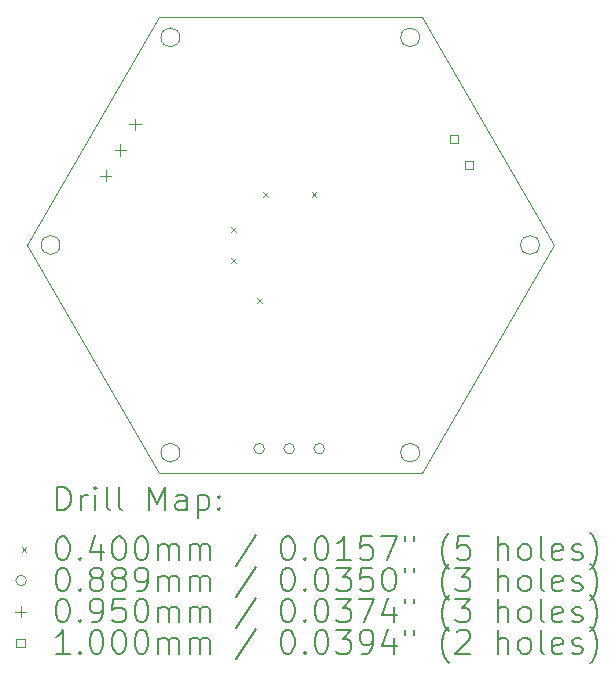
<source format=gbr>
%TF.GenerationSoftware,KiCad,Pcbnew,8.0.2-1*%
%TF.CreationDate,2024-07-15T16:51:52-04:00*%
%TF.ProjectId,Untitled,556e7469-746c-4656-942e-6b696361645f,rev?*%
%TF.SameCoordinates,Original*%
%TF.FileFunction,Drillmap*%
%TF.FilePolarity,Positive*%
%FSLAX45Y45*%
G04 Gerber Fmt 4.5, Leading zero omitted, Abs format (unit mm)*
G04 Created by KiCad (PCBNEW 8.0.2-1) date 2024-07-15 16:51:52*
%MOMM*%
%LPD*%
G01*
G04 APERTURE LIST*
%ADD10C,0.100000*%
%ADD11C,0.200000*%
G04 APERTURE END LIST*
D10*
X9439000Y-7559000D02*
G75*
G02*
X9279000Y-7559000I-80000J0D01*
G01*
X9279000Y-7559000D02*
G75*
G02*
X9439000Y-7559000I80000J0D01*
G01*
X8425000Y-5801000D02*
G75*
G02*
X8265000Y-5801000I-80000J0D01*
G01*
X8265000Y-5801000D02*
G75*
G02*
X8425000Y-5801000I80000J0D01*
G01*
X9259000Y-3870000D02*
X8145000Y-5801000D01*
X11469000Y-7559000D02*
G75*
G02*
X11309000Y-7559000I-80000J0D01*
G01*
X11309000Y-7559000D02*
G75*
G02*
X11469000Y-7559000I80000J0D01*
G01*
X11489000Y-3870000D02*
X9259000Y-3870000D01*
X9259000Y-7732000D02*
X11489000Y-7732000D01*
X8145000Y-5801000D02*
X9259000Y-7732000D01*
X12604000Y-5801000D02*
X11489000Y-7732000D01*
X12484000Y-5801000D02*
G75*
G02*
X12324000Y-5801000I-80000J0D01*
G01*
X12324000Y-5801000D02*
G75*
G02*
X12484000Y-5801000I80000J0D01*
G01*
X11469000Y-4043000D02*
G75*
G02*
X11309000Y-4043000I-80000J0D01*
G01*
X11309000Y-4043000D02*
G75*
G02*
X11469000Y-4043000I80000J0D01*
G01*
X9439000Y-4043000D02*
G75*
G02*
X9279000Y-4043000I-80000J0D01*
G01*
X9279000Y-4043000D02*
G75*
G02*
X9439000Y-4043000I80000J0D01*
G01*
X12604000Y-5801000D02*
X11489000Y-3870000D01*
D11*
D10*
X9874000Y-5651000D02*
X9914000Y-5691000D01*
X9914000Y-5651000D02*
X9874000Y-5691000D01*
X9874000Y-5911000D02*
X9914000Y-5951000D01*
X9914000Y-5911000D02*
X9874000Y-5951000D01*
X10096500Y-6253500D02*
X10136500Y-6293500D01*
X10136500Y-6253500D02*
X10096500Y-6293500D01*
X10144000Y-5351000D02*
X10184000Y-5391000D01*
X10184000Y-5351000D02*
X10144000Y-5391000D01*
X10554000Y-5351000D02*
X10594000Y-5391000D01*
X10594000Y-5351000D02*
X10554000Y-5391000D01*
X10155200Y-7525010D02*
G75*
G02*
X10066300Y-7525010I-44450J0D01*
G01*
X10066300Y-7525010D02*
G75*
G02*
X10155200Y-7525010I44450J0D01*
G01*
X10409200Y-7525010D02*
G75*
G02*
X10320300Y-7525010I-44450J0D01*
G01*
X10320300Y-7525010D02*
G75*
G02*
X10409200Y-7525010I44450J0D01*
G01*
X10663200Y-7525010D02*
G75*
G02*
X10574300Y-7525010I-44450J0D01*
G01*
X10574300Y-7525010D02*
G75*
G02*
X10663200Y-7525010I44450J0D01*
G01*
X8810000Y-5165513D02*
X8810000Y-5260513D01*
X8762500Y-5213013D02*
X8857500Y-5213013D01*
X8935000Y-4949006D02*
X8935000Y-5044006D01*
X8887500Y-4996506D02*
X8982500Y-4996506D01*
X9060000Y-4732500D02*
X9060000Y-4827500D01*
X9012500Y-4780000D02*
X9107500Y-4780000D01*
X11798322Y-4940853D02*
X11798322Y-4870141D01*
X11727611Y-4870141D01*
X11727611Y-4940853D01*
X11798322Y-4940853D01*
X11923322Y-5157359D02*
X11923322Y-5086648D01*
X11852611Y-5086648D01*
X11852611Y-5157359D01*
X11923322Y-5157359D01*
D11*
X8400777Y-8048484D02*
X8400777Y-7848484D01*
X8400777Y-7848484D02*
X8448396Y-7848484D01*
X8448396Y-7848484D02*
X8476967Y-7858008D01*
X8476967Y-7858008D02*
X8496015Y-7877055D01*
X8496015Y-7877055D02*
X8505539Y-7896103D01*
X8505539Y-7896103D02*
X8515063Y-7934198D01*
X8515063Y-7934198D02*
X8515063Y-7962769D01*
X8515063Y-7962769D02*
X8505539Y-8000865D01*
X8505539Y-8000865D02*
X8496015Y-8019912D01*
X8496015Y-8019912D02*
X8476967Y-8038960D01*
X8476967Y-8038960D02*
X8448396Y-8048484D01*
X8448396Y-8048484D02*
X8400777Y-8048484D01*
X8600777Y-8048484D02*
X8600777Y-7915150D01*
X8600777Y-7953246D02*
X8610301Y-7934198D01*
X8610301Y-7934198D02*
X8619824Y-7924674D01*
X8619824Y-7924674D02*
X8638872Y-7915150D01*
X8638872Y-7915150D02*
X8657920Y-7915150D01*
X8724586Y-8048484D02*
X8724586Y-7915150D01*
X8724586Y-7848484D02*
X8715063Y-7858008D01*
X8715063Y-7858008D02*
X8724586Y-7867531D01*
X8724586Y-7867531D02*
X8734110Y-7858008D01*
X8734110Y-7858008D02*
X8724586Y-7848484D01*
X8724586Y-7848484D02*
X8724586Y-7867531D01*
X8848396Y-8048484D02*
X8829348Y-8038960D01*
X8829348Y-8038960D02*
X8819824Y-8019912D01*
X8819824Y-8019912D02*
X8819824Y-7848484D01*
X8953158Y-8048484D02*
X8934110Y-8038960D01*
X8934110Y-8038960D02*
X8924586Y-8019912D01*
X8924586Y-8019912D02*
X8924586Y-7848484D01*
X9181729Y-8048484D02*
X9181729Y-7848484D01*
X9181729Y-7848484D02*
X9248396Y-7991341D01*
X9248396Y-7991341D02*
X9315063Y-7848484D01*
X9315063Y-7848484D02*
X9315063Y-8048484D01*
X9496015Y-8048484D02*
X9496015Y-7943722D01*
X9496015Y-7943722D02*
X9486491Y-7924674D01*
X9486491Y-7924674D02*
X9467444Y-7915150D01*
X9467444Y-7915150D02*
X9429348Y-7915150D01*
X9429348Y-7915150D02*
X9410301Y-7924674D01*
X9496015Y-8038960D02*
X9476967Y-8048484D01*
X9476967Y-8048484D02*
X9429348Y-8048484D01*
X9429348Y-8048484D02*
X9410301Y-8038960D01*
X9410301Y-8038960D02*
X9400777Y-8019912D01*
X9400777Y-8019912D02*
X9400777Y-8000865D01*
X9400777Y-8000865D02*
X9410301Y-7981817D01*
X9410301Y-7981817D02*
X9429348Y-7972293D01*
X9429348Y-7972293D02*
X9476967Y-7972293D01*
X9476967Y-7972293D02*
X9496015Y-7962769D01*
X9591253Y-7915150D02*
X9591253Y-8115150D01*
X9591253Y-7924674D02*
X9610301Y-7915150D01*
X9610301Y-7915150D02*
X9648396Y-7915150D01*
X9648396Y-7915150D02*
X9667444Y-7924674D01*
X9667444Y-7924674D02*
X9676967Y-7934198D01*
X9676967Y-7934198D02*
X9686491Y-7953246D01*
X9686491Y-7953246D02*
X9686491Y-8010388D01*
X9686491Y-8010388D02*
X9676967Y-8029436D01*
X9676967Y-8029436D02*
X9667444Y-8038960D01*
X9667444Y-8038960D02*
X9648396Y-8048484D01*
X9648396Y-8048484D02*
X9610301Y-8048484D01*
X9610301Y-8048484D02*
X9591253Y-8038960D01*
X9772205Y-8029436D02*
X9781729Y-8038960D01*
X9781729Y-8038960D02*
X9772205Y-8048484D01*
X9772205Y-8048484D02*
X9762682Y-8038960D01*
X9762682Y-8038960D02*
X9772205Y-8029436D01*
X9772205Y-8029436D02*
X9772205Y-8048484D01*
X9772205Y-7924674D02*
X9781729Y-7934198D01*
X9781729Y-7934198D02*
X9772205Y-7943722D01*
X9772205Y-7943722D02*
X9762682Y-7934198D01*
X9762682Y-7934198D02*
X9772205Y-7924674D01*
X9772205Y-7924674D02*
X9772205Y-7943722D01*
D10*
X8100000Y-8357000D02*
X8140000Y-8397000D01*
X8140000Y-8357000D02*
X8100000Y-8397000D01*
D11*
X8438872Y-8268484D02*
X8457920Y-8268484D01*
X8457920Y-8268484D02*
X8476967Y-8278008D01*
X8476967Y-8278008D02*
X8486491Y-8287531D01*
X8486491Y-8287531D02*
X8496015Y-8306579D01*
X8496015Y-8306579D02*
X8505539Y-8344674D01*
X8505539Y-8344674D02*
X8505539Y-8392293D01*
X8505539Y-8392293D02*
X8496015Y-8430389D01*
X8496015Y-8430389D02*
X8486491Y-8449436D01*
X8486491Y-8449436D02*
X8476967Y-8458960D01*
X8476967Y-8458960D02*
X8457920Y-8468484D01*
X8457920Y-8468484D02*
X8438872Y-8468484D01*
X8438872Y-8468484D02*
X8419824Y-8458960D01*
X8419824Y-8458960D02*
X8410301Y-8449436D01*
X8410301Y-8449436D02*
X8400777Y-8430389D01*
X8400777Y-8430389D02*
X8391253Y-8392293D01*
X8391253Y-8392293D02*
X8391253Y-8344674D01*
X8391253Y-8344674D02*
X8400777Y-8306579D01*
X8400777Y-8306579D02*
X8410301Y-8287531D01*
X8410301Y-8287531D02*
X8419824Y-8278008D01*
X8419824Y-8278008D02*
X8438872Y-8268484D01*
X8591253Y-8449436D02*
X8600777Y-8458960D01*
X8600777Y-8458960D02*
X8591253Y-8468484D01*
X8591253Y-8468484D02*
X8581729Y-8458960D01*
X8581729Y-8458960D02*
X8591253Y-8449436D01*
X8591253Y-8449436D02*
X8591253Y-8468484D01*
X8772205Y-8335150D02*
X8772205Y-8468484D01*
X8724586Y-8258960D02*
X8676967Y-8401817D01*
X8676967Y-8401817D02*
X8800777Y-8401817D01*
X8915063Y-8268484D02*
X8934110Y-8268484D01*
X8934110Y-8268484D02*
X8953158Y-8278008D01*
X8953158Y-8278008D02*
X8962682Y-8287531D01*
X8962682Y-8287531D02*
X8972205Y-8306579D01*
X8972205Y-8306579D02*
X8981729Y-8344674D01*
X8981729Y-8344674D02*
X8981729Y-8392293D01*
X8981729Y-8392293D02*
X8972205Y-8430389D01*
X8972205Y-8430389D02*
X8962682Y-8449436D01*
X8962682Y-8449436D02*
X8953158Y-8458960D01*
X8953158Y-8458960D02*
X8934110Y-8468484D01*
X8934110Y-8468484D02*
X8915063Y-8468484D01*
X8915063Y-8468484D02*
X8896015Y-8458960D01*
X8896015Y-8458960D02*
X8886491Y-8449436D01*
X8886491Y-8449436D02*
X8876967Y-8430389D01*
X8876967Y-8430389D02*
X8867444Y-8392293D01*
X8867444Y-8392293D02*
X8867444Y-8344674D01*
X8867444Y-8344674D02*
X8876967Y-8306579D01*
X8876967Y-8306579D02*
X8886491Y-8287531D01*
X8886491Y-8287531D02*
X8896015Y-8278008D01*
X8896015Y-8278008D02*
X8915063Y-8268484D01*
X9105539Y-8268484D02*
X9124586Y-8268484D01*
X9124586Y-8268484D02*
X9143634Y-8278008D01*
X9143634Y-8278008D02*
X9153158Y-8287531D01*
X9153158Y-8287531D02*
X9162682Y-8306579D01*
X9162682Y-8306579D02*
X9172205Y-8344674D01*
X9172205Y-8344674D02*
X9172205Y-8392293D01*
X9172205Y-8392293D02*
X9162682Y-8430389D01*
X9162682Y-8430389D02*
X9153158Y-8449436D01*
X9153158Y-8449436D02*
X9143634Y-8458960D01*
X9143634Y-8458960D02*
X9124586Y-8468484D01*
X9124586Y-8468484D02*
X9105539Y-8468484D01*
X9105539Y-8468484D02*
X9086491Y-8458960D01*
X9086491Y-8458960D02*
X9076967Y-8449436D01*
X9076967Y-8449436D02*
X9067444Y-8430389D01*
X9067444Y-8430389D02*
X9057920Y-8392293D01*
X9057920Y-8392293D02*
X9057920Y-8344674D01*
X9057920Y-8344674D02*
X9067444Y-8306579D01*
X9067444Y-8306579D02*
X9076967Y-8287531D01*
X9076967Y-8287531D02*
X9086491Y-8278008D01*
X9086491Y-8278008D02*
X9105539Y-8268484D01*
X9257920Y-8468484D02*
X9257920Y-8335150D01*
X9257920Y-8354198D02*
X9267444Y-8344674D01*
X9267444Y-8344674D02*
X9286491Y-8335150D01*
X9286491Y-8335150D02*
X9315063Y-8335150D01*
X9315063Y-8335150D02*
X9334110Y-8344674D01*
X9334110Y-8344674D02*
X9343634Y-8363722D01*
X9343634Y-8363722D02*
X9343634Y-8468484D01*
X9343634Y-8363722D02*
X9353158Y-8344674D01*
X9353158Y-8344674D02*
X9372205Y-8335150D01*
X9372205Y-8335150D02*
X9400777Y-8335150D01*
X9400777Y-8335150D02*
X9419825Y-8344674D01*
X9419825Y-8344674D02*
X9429348Y-8363722D01*
X9429348Y-8363722D02*
X9429348Y-8468484D01*
X9524586Y-8468484D02*
X9524586Y-8335150D01*
X9524586Y-8354198D02*
X9534110Y-8344674D01*
X9534110Y-8344674D02*
X9553158Y-8335150D01*
X9553158Y-8335150D02*
X9581729Y-8335150D01*
X9581729Y-8335150D02*
X9600777Y-8344674D01*
X9600777Y-8344674D02*
X9610301Y-8363722D01*
X9610301Y-8363722D02*
X9610301Y-8468484D01*
X9610301Y-8363722D02*
X9619825Y-8344674D01*
X9619825Y-8344674D02*
X9638872Y-8335150D01*
X9638872Y-8335150D02*
X9667444Y-8335150D01*
X9667444Y-8335150D02*
X9686491Y-8344674D01*
X9686491Y-8344674D02*
X9696015Y-8363722D01*
X9696015Y-8363722D02*
X9696015Y-8468484D01*
X10086491Y-8258960D02*
X9915063Y-8516103D01*
X10343634Y-8268484D02*
X10362682Y-8268484D01*
X10362682Y-8268484D02*
X10381729Y-8278008D01*
X10381729Y-8278008D02*
X10391253Y-8287531D01*
X10391253Y-8287531D02*
X10400777Y-8306579D01*
X10400777Y-8306579D02*
X10410301Y-8344674D01*
X10410301Y-8344674D02*
X10410301Y-8392293D01*
X10410301Y-8392293D02*
X10400777Y-8430389D01*
X10400777Y-8430389D02*
X10391253Y-8449436D01*
X10391253Y-8449436D02*
X10381729Y-8458960D01*
X10381729Y-8458960D02*
X10362682Y-8468484D01*
X10362682Y-8468484D02*
X10343634Y-8468484D01*
X10343634Y-8468484D02*
X10324587Y-8458960D01*
X10324587Y-8458960D02*
X10315063Y-8449436D01*
X10315063Y-8449436D02*
X10305539Y-8430389D01*
X10305539Y-8430389D02*
X10296015Y-8392293D01*
X10296015Y-8392293D02*
X10296015Y-8344674D01*
X10296015Y-8344674D02*
X10305539Y-8306579D01*
X10305539Y-8306579D02*
X10315063Y-8287531D01*
X10315063Y-8287531D02*
X10324587Y-8278008D01*
X10324587Y-8278008D02*
X10343634Y-8268484D01*
X10496015Y-8449436D02*
X10505539Y-8458960D01*
X10505539Y-8458960D02*
X10496015Y-8468484D01*
X10496015Y-8468484D02*
X10486491Y-8458960D01*
X10486491Y-8458960D02*
X10496015Y-8449436D01*
X10496015Y-8449436D02*
X10496015Y-8468484D01*
X10629348Y-8268484D02*
X10648396Y-8268484D01*
X10648396Y-8268484D02*
X10667444Y-8278008D01*
X10667444Y-8278008D02*
X10676968Y-8287531D01*
X10676968Y-8287531D02*
X10686491Y-8306579D01*
X10686491Y-8306579D02*
X10696015Y-8344674D01*
X10696015Y-8344674D02*
X10696015Y-8392293D01*
X10696015Y-8392293D02*
X10686491Y-8430389D01*
X10686491Y-8430389D02*
X10676968Y-8449436D01*
X10676968Y-8449436D02*
X10667444Y-8458960D01*
X10667444Y-8458960D02*
X10648396Y-8468484D01*
X10648396Y-8468484D02*
X10629348Y-8468484D01*
X10629348Y-8468484D02*
X10610301Y-8458960D01*
X10610301Y-8458960D02*
X10600777Y-8449436D01*
X10600777Y-8449436D02*
X10591253Y-8430389D01*
X10591253Y-8430389D02*
X10581729Y-8392293D01*
X10581729Y-8392293D02*
X10581729Y-8344674D01*
X10581729Y-8344674D02*
X10591253Y-8306579D01*
X10591253Y-8306579D02*
X10600777Y-8287531D01*
X10600777Y-8287531D02*
X10610301Y-8278008D01*
X10610301Y-8278008D02*
X10629348Y-8268484D01*
X10886491Y-8468484D02*
X10772206Y-8468484D01*
X10829348Y-8468484D02*
X10829348Y-8268484D01*
X10829348Y-8268484D02*
X10810301Y-8297055D01*
X10810301Y-8297055D02*
X10791253Y-8316103D01*
X10791253Y-8316103D02*
X10772206Y-8325627D01*
X11067444Y-8268484D02*
X10972206Y-8268484D01*
X10972206Y-8268484D02*
X10962682Y-8363722D01*
X10962682Y-8363722D02*
X10972206Y-8354198D01*
X10972206Y-8354198D02*
X10991253Y-8344674D01*
X10991253Y-8344674D02*
X11038872Y-8344674D01*
X11038872Y-8344674D02*
X11057920Y-8354198D01*
X11057920Y-8354198D02*
X11067444Y-8363722D01*
X11067444Y-8363722D02*
X11076968Y-8382769D01*
X11076968Y-8382769D02*
X11076968Y-8430389D01*
X11076968Y-8430389D02*
X11067444Y-8449436D01*
X11067444Y-8449436D02*
X11057920Y-8458960D01*
X11057920Y-8458960D02*
X11038872Y-8468484D01*
X11038872Y-8468484D02*
X10991253Y-8468484D01*
X10991253Y-8468484D02*
X10972206Y-8458960D01*
X10972206Y-8458960D02*
X10962682Y-8449436D01*
X11143634Y-8268484D02*
X11276967Y-8268484D01*
X11276967Y-8268484D02*
X11191253Y-8468484D01*
X11343634Y-8268484D02*
X11343634Y-8306579D01*
X11419825Y-8268484D02*
X11419825Y-8306579D01*
X11715063Y-8544674D02*
X11705539Y-8535150D01*
X11705539Y-8535150D02*
X11686491Y-8506579D01*
X11686491Y-8506579D02*
X11676968Y-8487531D01*
X11676968Y-8487531D02*
X11667444Y-8458960D01*
X11667444Y-8458960D02*
X11657920Y-8411341D01*
X11657920Y-8411341D02*
X11657920Y-8373246D01*
X11657920Y-8373246D02*
X11667444Y-8325627D01*
X11667444Y-8325627D02*
X11676968Y-8297055D01*
X11676968Y-8297055D02*
X11686491Y-8278008D01*
X11686491Y-8278008D02*
X11705539Y-8249436D01*
X11705539Y-8249436D02*
X11715063Y-8239912D01*
X11886491Y-8268484D02*
X11791253Y-8268484D01*
X11791253Y-8268484D02*
X11781729Y-8363722D01*
X11781729Y-8363722D02*
X11791253Y-8354198D01*
X11791253Y-8354198D02*
X11810301Y-8344674D01*
X11810301Y-8344674D02*
X11857920Y-8344674D01*
X11857920Y-8344674D02*
X11876968Y-8354198D01*
X11876968Y-8354198D02*
X11886491Y-8363722D01*
X11886491Y-8363722D02*
X11896015Y-8382769D01*
X11896015Y-8382769D02*
X11896015Y-8430389D01*
X11896015Y-8430389D02*
X11886491Y-8449436D01*
X11886491Y-8449436D02*
X11876968Y-8458960D01*
X11876968Y-8458960D02*
X11857920Y-8468484D01*
X11857920Y-8468484D02*
X11810301Y-8468484D01*
X11810301Y-8468484D02*
X11791253Y-8458960D01*
X11791253Y-8458960D02*
X11781729Y-8449436D01*
X12134110Y-8468484D02*
X12134110Y-8268484D01*
X12219825Y-8468484D02*
X12219825Y-8363722D01*
X12219825Y-8363722D02*
X12210301Y-8344674D01*
X12210301Y-8344674D02*
X12191253Y-8335150D01*
X12191253Y-8335150D02*
X12162682Y-8335150D01*
X12162682Y-8335150D02*
X12143634Y-8344674D01*
X12143634Y-8344674D02*
X12134110Y-8354198D01*
X12343634Y-8468484D02*
X12324587Y-8458960D01*
X12324587Y-8458960D02*
X12315063Y-8449436D01*
X12315063Y-8449436D02*
X12305539Y-8430389D01*
X12305539Y-8430389D02*
X12305539Y-8373246D01*
X12305539Y-8373246D02*
X12315063Y-8354198D01*
X12315063Y-8354198D02*
X12324587Y-8344674D01*
X12324587Y-8344674D02*
X12343634Y-8335150D01*
X12343634Y-8335150D02*
X12372206Y-8335150D01*
X12372206Y-8335150D02*
X12391253Y-8344674D01*
X12391253Y-8344674D02*
X12400777Y-8354198D01*
X12400777Y-8354198D02*
X12410301Y-8373246D01*
X12410301Y-8373246D02*
X12410301Y-8430389D01*
X12410301Y-8430389D02*
X12400777Y-8449436D01*
X12400777Y-8449436D02*
X12391253Y-8458960D01*
X12391253Y-8458960D02*
X12372206Y-8468484D01*
X12372206Y-8468484D02*
X12343634Y-8468484D01*
X12524587Y-8468484D02*
X12505539Y-8458960D01*
X12505539Y-8458960D02*
X12496015Y-8439912D01*
X12496015Y-8439912D02*
X12496015Y-8268484D01*
X12676968Y-8458960D02*
X12657920Y-8468484D01*
X12657920Y-8468484D02*
X12619825Y-8468484D01*
X12619825Y-8468484D02*
X12600777Y-8458960D01*
X12600777Y-8458960D02*
X12591253Y-8439912D01*
X12591253Y-8439912D02*
X12591253Y-8363722D01*
X12591253Y-8363722D02*
X12600777Y-8344674D01*
X12600777Y-8344674D02*
X12619825Y-8335150D01*
X12619825Y-8335150D02*
X12657920Y-8335150D01*
X12657920Y-8335150D02*
X12676968Y-8344674D01*
X12676968Y-8344674D02*
X12686491Y-8363722D01*
X12686491Y-8363722D02*
X12686491Y-8382769D01*
X12686491Y-8382769D02*
X12591253Y-8401817D01*
X12762682Y-8458960D02*
X12781730Y-8468484D01*
X12781730Y-8468484D02*
X12819825Y-8468484D01*
X12819825Y-8468484D02*
X12838872Y-8458960D01*
X12838872Y-8458960D02*
X12848396Y-8439912D01*
X12848396Y-8439912D02*
X12848396Y-8430389D01*
X12848396Y-8430389D02*
X12838872Y-8411341D01*
X12838872Y-8411341D02*
X12819825Y-8401817D01*
X12819825Y-8401817D02*
X12791253Y-8401817D01*
X12791253Y-8401817D02*
X12772206Y-8392293D01*
X12772206Y-8392293D02*
X12762682Y-8373246D01*
X12762682Y-8373246D02*
X12762682Y-8363722D01*
X12762682Y-8363722D02*
X12772206Y-8344674D01*
X12772206Y-8344674D02*
X12791253Y-8335150D01*
X12791253Y-8335150D02*
X12819825Y-8335150D01*
X12819825Y-8335150D02*
X12838872Y-8344674D01*
X12915063Y-8544674D02*
X12924587Y-8535150D01*
X12924587Y-8535150D02*
X12943634Y-8506579D01*
X12943634Y-8506579D02*
X12953158Y-8487531D01*
X12953158Y-8487531D02*
X12962682Y-8458960D01*
X12962682Y-8458960D02*
X12972206Y-8411341D01*
X12972206Y-8411341D02*
X12972206Y-8373246D01*
X12972206Y-8373246D02*
X12962682Y-8325627D01*
X12962682Y-8325627D02*
X12953158Y-8297055D01*
X12953158Y-8297055D02*
X12943634Y-8278008D01*
X12943634Y-8278008D02*
X12924587Y-8249436D01*
X12924587Y-8249436D02*
X12915063Y-8239912D01*
D10*
X8140000Y-8641000D02*
G75*
G02*
X8051100Y-8641000I-44450J0D01*
G01*
X8051100Y-8641000D02*
G75*
G02*
X8140000Y-8641000I44450J0D01*
G01*
D11*
X8438872Y-8532484D02*
X8457920Y-8532484D01*
X8457920Y-8532484D02*
X8476967Y-8542008D01*
X8476967Y-8542008D02*
X8486491Y-8551531D01*
X8486491Y-8551531D02*
X8496015Y-8570579D01*
X8496015Y-8570579D02*
X8505539Y-8608674D01*
X8505539Y-8608674D02*
X8505539Y-8656293D01*
X8505539Y-8656293D02*
X8496015Y-8694389D01*
X8496015Y-8694389D02*
X8486491Y-8713436D01*
X8486491Y-8713436D02*
X8476967Y-8722960D01*
X8476967Y-8722960D02*
X8457920Y-8732484D01*
X8457920Y-8732484D02*
X8438872Y-8732484D01*
X8438872Y-8732484D02*
X8419824Y-8722960D01*
X8419824Y-8722960D02*
X8410301Y-8713436D01*
X8410301Y-8713436D02*
X8400777Y-8694389D01*
X8400777Y-8694389D02*
X8391253Y-8656293D01*
X8391253Y-8656293D02*
X8391253Y-8608674D01*
X8391253Y-8608674D02*
X8400777Y-8570579D01*
X8400777Y-8570579D02*
X8410301Y-8551531D01*
X8410301Y-8551531D02*
X8419824Y-8542008D01*
X8419824Y-8542008D02*
X8438872Y-8532484D01*
X8591253Y-8713436D02*
X8600777Y-8722960D01*
X8600777Y-8722960D02*
X8591253Y-8732484D01*
X8591253Y-8732484D02*
X8581729Y-8722960D01*
X8581729Y-8722960D02*
X8591253Y-8713436D01*
X8591253Y-8713436D02*
X8591253Y-8732484D01*
X8715063Y-8618198D02*
X8696015Y-8608674D01*
X8696015Y-8608674D02*
X8686491Y-8599150D01*
X8686491Y-8599150D02*
X8676967Y-8580103D01*
X8676967Y-8580103D02*
X8676967Y-8570579D01*
X8676967Y-8570579D02*
X8686491Y-8551531D01*
X8686491Y-8551531D02*
X8696015Y-8542008D01*
X8696015Y-8542008D02*
X8715063Y-8532484D01*
X8715063Y-8532484D02*
X8753158Y-8532484D01*
X8753158Y-8532484D02*
X8772205Y-8542008D01*
X8772205Y-8542008D02*
X8781729Y-8551531D01*
X8781729Y-8551531D02*
X8791253Y-8570579D01*
X8791253Y-8570579D02*
X8791253Y-8580103D01*
X8791253Y-8580103D02*
X8781729Y-8599150D01*
X8781729Y-8599150D02*
X8772205Y-8608674D01*
X8772205Y-8608674D02*
X8753158Y-8618198D01*
X8753158Y-8618198D02*
X8715063Y-8618198D01*
X8715063Y-8618198D02*
X8696015Y-8627722D01*
X8696015Y-8627722D02*
X8686491Y-8637246D01*
X8686491Y-8637246D02*
X8676967Y-8656293D01*
X8676967Y-8656293D02*
X8676967Y-8694389D01*
X8676967Y-8694389D02*
X8686491Y-8713436D01*
X8686491Y-8713436D02*
X8696015Y-8722960D01*
X8696015Y-8722960D02*
X8715063Y-8732484D01*
X8715063Y-8732484D02*
X8753158Y-8732484D01*
X8753158Y-8732484D02*
X8772205Y-8722960D01*
X8772205Y-8722960D02*
X8781729Y-8713436D01*
X8781729Y-8713436D02*
X8791253Y-8694389D01*
X8791253Y-8694389D02*
X8791253Y-8656293D01*
X8791253Y-8656293D02*
X8781729Y-8637246D01*
X8781729Y-8637246D02*
X8772205Y-8627722D01*
X8772205Y-8627722D02*
X8753158Y-8618198D01*
X8905539Y-8618198D02*
X8886491Y-8608674D01*
X8886491Y-8608674D02*
X8876967Y-8599150D01*
X8876967Y-8599150D02*
X8867444Y-8580103D01*
X8867444Y-8580103D02*
X8867444Y-8570579D01*
X8867444Y-8570579D02*
X8876967Y-8551531D01*
X8876967Y-8551531D02*
X8886491Y-8542008D01*
X8886491Y-8542008D02*
X8905539Y-8532484D01*
X8905539Y-8532484D02*
X8943634Y-8532484D01*
X8943634Y-8532484D02*
X8962682Y-8542008D01*
X8962682Y-8542008D02*
X8972205Y-8551531D01*
X8972205Y-8551531D02*
X8981729Y-8570579D01*
X8981729Y-8570579D02*
X8981729Y-8580103D01*
X8981729Y-8580103D02*
X8972205Y-8599150D01*
X8972205Y-8599150D02*
X8962682Y-8608674D01*
X8962682Y-8608674D02*
X8943634Y-8618198D01*
X8943634Y-8618198D02*
X8905539Y-8618198D01*
X8905539Y-8618198D02*
X8886491Y-8627722D01*
X8886491Y-8627722D02*
X8876967Y-8637246D01*
X8876967Y-8637246D02*
X8867444Y-8656293D01*
X8867444Y-8656293D02*
X8867444Y-8694389D01*
X8867444Y-8694389D02*
X8876967Y-8713436D01*
X8876967Y-8713436D02*
X8886491Y-8722960D01*
X8886491Y-8722960D02*
X8905539Y-8732484D01*
X8905539Y-8732484D02*
X8943634Y-8732484D01*
X8943634Y-8732484D02*
X8962682Y-8722960D01*
X8962682Y-8722960D02*
X8972205Y-8713436D01*
X8972205Y-8713436D02*
X8981729Y-8694389D01*
X8981729Y-8694389D02*
X8981729Y-8656293D01*
X8981729Y-8656293D02*
X8972205Y-8637246D01*
X8972205Y-8637246D02*
X8962682Y-8627722D01*
X8962682Y-8627722D02*
X8943634Y-8618198D01*
X9076967Y-8732484D02*
X9115063Y-8732484D01*
X9115063Y-8732484D02*
X9134110Y-8722960D01*
X9134110Y-8722960D02*
X9143634Y-8713436D01*
X9143634Y-8713436D02*
X9162682Y-8684865D01*
X9162682Y-8684865D02*
X9172205Y-8646770D01*
X9172205Y-8646770D02*
X9172205Y-8570579D01*
X9172205Y-8570579D02*
X9162682Y-8551531D01*
X9162682Y-8551531D02*
X9153158Y-8542008D01*
X9153158Y-8542008D02*
X9134110Y-8532484D01*
X9134110Y-8532484D02*
X9096015Y-8532484D01*
X9096015Y-8532484D02*
X9076967Y-8542008D01*
X9076967Y-8542008D02*
X9067444Y-8551531D01*
X9067444Y-8551531D02*
X9057920Y-8570579D01*
X9057920Y-8570579D02*
X9057920Y-8618198D01*
X9057920Y-8618198D02*
X9067444Y-8637246D01*
X9067444Y-8637246D02*
X9076967Y-8646770D01*
X9076967Y-8646770D02*
X9096015Y-8656293D01*
X9096015Y-8656293D02*
X9134110Y-8656293D01*
X9134110Y-8656293D02*
X9153158Y-8646770D01*
X9153158Y-8646770D02*
X9162682Y-8637246D01*
X9162682Y-8637246D02*
X9172205Y-8618198D01*
X9257920Y-8732484D02*
X9257920Y-8599150D01*
X9257920Y-8618198D02*
X9267444Y-8608674D01*
X9267444Y-8608674D02*
X9286491Y-8599150D01*
X9286491Y-8599150D02*
X9315063Y-8599150D01*
X9315063Y-8599150D02*
X9334110Y-8608674D01*
X9334110Y-8608674D02*
X9343634Y-8627722D01*
X9343634Y-8627722D02*
X9343634Y-8732484D01*
X9343634Y-8627722D02*
X9353158Y-8608674D01*
X9353158Y-8608674D02*
X9372205Y-8599150D01*
X9372205Y-8599150D02*
X9400777Y-8599150D01*
X9400777Y-8599150D02*
X9419825Y-8608674D01*
X9419825Y-8608674D02*
X9429348Y-8627722D01*
X9429348Y-8627722D02*
X9429348Y-8732484D01*
X9524586Y-8732484D02*
X9524586Y-8599150D01*
X9524586Y-8618198D02*
X9534110Y-8608674D01*
X9534110Y-8608674D02*
X9553158Y-8599150D01*
X9553158Y-8599150D02*
X9581729Y-8599150D01*
X9581729Y-8599150D02*
X9600777Y-8608674D01*
X9600777Y-8608674D02*
X9610301Y-8627722D01*
X9610301Y-8627722D02*
X9610301Y-8732484D01*
X9610301Y-8627722D02*
X9619825Y-8608674D01*
X9619825Y-8608674D02*
X9638872Y-8599150D01*
X9638872Y-8599150D02*
X9667444Y-8599150D01*
X9667444Y-8599150D02*
X9686491Y-8608674D01*
X9686491Y-8608674D02*
X9696015Y-8627722D01*
X9696015Y-8627722D02*
X9696015Y-8732484D01*
X10086491Y-8522960D02*
X9915063Y-8780103D01*
X10343634Y-8532484D02*
X10362682Y-8532484D01*
X10362682Y-8532484D02*
X10381729Y-8542008D01*
X10381729Y-8542008D02*
X10391253Y-8551531D01*
X10391253Y-8551531D02*
X10400777Y-8570579D01*
X10400777Y-8570579D02*
X10410301Y-8608674D01*
X10410301Y-8608674D02*
X10410301Y-8656293D01*
X10410301Y-8656293D02*
X10400777Y-8694389D01*
X10400777Y-8694389D02*
X10391253Y-8713436D01*
X10391253Y-8713436D02*
X10381729Y-8722960D01*
X10381729Y-8722960D02*
X10362682Y-8732484D01*
X10362682Y-8732484D02*
X10343634Y-8732484D01*
X10343634Y-8732484D02*
X10324587Y-8722960D01*
X10324587Y-8722960D02*
X10315063Y-8713436D01*
X10315063Y-8713436D02*
X10305539Y-8694389D01*
X10305539Y-8694389D02*
X10296015Y-8656293D01*
X10296015Y-8656293D02*
X10296015Y-8608674D01*
X10296015Y-8608674D02*
X10305539Y-8570579D01*
X10305539Y-8570579D02*
X10315063Y-8551531D01*
X10315063Y-8551531D02*
X10324587Y-8542008D01*
X10324587Y-8542008D02*
X10343634Y-8532484D01*
X10496015Y-8713436D02*
X10505539Y-8722960D01*
X10505539Y-8722960D02*
X10496015Y-8732484D01*
X10496015Y-8732484D02*
X10486491Y-8722960D01*
X10486491Y-8722960D02*
X10496015Y-8713436D01*
X10496015Y-8713436D02*
X10496015Y-8732484D01*
X10629348Y-8532484D02*
X10648396Y-8532484D01*
X10648396Y-8532484D02*
X10667444Y-8542008D01*
X10667444Y-8542008D02*
X10676968Y-8551531D01*
X10676968Y-8551531D02*
X10686491Y-8570579D01*
X10686491Y-8570579D02*
X10696015Y-8608674D01*
X10696015Y-8608674D02*
X10696015Y-8656293D01*
X10696015Y-8656293D02*
X10686491Y-8694389D01*
X10686491Y-8694389D02*
X10676968Y-8713436D01*
X10676968Y-8713436D02*
X10667444Y-8722960D01*
X10667444Y-8722960D02*
X10648396Y-8732484D01*
X10648396Y-8732484D02*
X10629348Y-8732484D01*
X10629348Y-8732484D02*
X10610301Y-8722960D01*
X10610301Y-8722960D02*
X10600777Y-8713436D01*
X10600777Y-8713436D02*
X10591253Y-8694389D01*
X10591253Y-8694389D02*
X10581729Y-8656293D01*
X10581729Y-8656293D02*
X10581729Y-8608674D01*
X10581729Y-8608674D02*
X10591253Y-8570579D01*
X10591253Y-8570579D02*
X10600777Y-8551531D01*
X10600777Y-8551531D02*
X10610301Y-8542008D01*
X10610301Y-8542008D02*
X10629348Y-8532484D01*
X10762682Y-8532484D02*
X10886491Y-8532484D01*
X10886491Y-8532484D02*
X10819825Y-8608674D01*
X10819825Y-8608674D02*
X10848396Y-8608674D01*
X10848396Y-8608674D02*
X10867444Y-8618198D01*
X10867444Y-8618198D02*
X10876968Y-8627722D01*
X10876968Y-8627722D02*
X10886491Y-8646770D01*
X10886491Y-8646770D02*
X10886491Y-8694389D01*
X10886491Y-8694389D02*
X10876968Y-8713436D01*
X10876968Y-8713436D02*
X10867444Y-8722960D01*
X10867444Y-8722960D02*
X10848396Y-8732484D01*
X10848396Y-8732484D02*
X10791253Y-8732484D01*
X10791253Y-8732484D02*
X10772206Y-8722960D01*
X10772206Y-8722960D02*
X10762682Y-8713436D01*
X11067444Y-8532484D02*
X10972206Y-8532484D01*
X10972206Y-8532484D02*
X10962682Y-8627722D01*
X10962682Y-8627722D02*
X10972206Y-8618198D01*
X10972206Y-8618198D02*
X10991253Y-8608674D01*
X10991253Y-8608674D02*
X11038872Y-8608674D01*
X11038872Y-8608674D02*
X11057920Y-8618198D01*
X11057920Y-8618198D02*
X11067444Y-8627722D01*
X11067444Y-8627722D02*
X11076968Y-8646770D01*
X11076968Y-8646770D02*
X11076968Y-8694389D01*
X11076968Y-8694389D02*
X11067444Y-8713436D01*
X11067444Y-8713436D02*
X11057920Y-8722960D01*
X11057920Y-8722960D02*
X11038872Y-8732484D01*
X11038872Y-8732484D02*
X10991253Y-8732484D01*
X10991253Y-8732484D02*
X10972206Y-8722960D01*
X10972206Y-8722960D02*
X10962682Y-8713436D01*
X11200777Y-8532484D02*
X11219825Y-8532484D01*
X11219825Y-8532484D02*
X11238872Y-8542008D01*
X11238872Y-8542008D02*
X11248396Y-8551531D01*
X11248396Y-8551531D02*
X11257920Y-8570579D01*
X11257920Y-8570579D02*
X11267444Y-8608674D01*
X11267444Y-8608674D02*
X11267444Y-8656293D01*
X11267444Y-8656293D02*
X11257920Y-8694389D01*
X11257920Y-8694389D02*
X11248396Y-8713436D01*
X11248396Y-8713436D02*
X11238872Y-8722960D01*
X11238872Y-8722960D02*
X11219825Y-8732484D01*
X11219825Y-8732484D02*
X11200777Y-8732484D01*
X11200777Y-8732484D02*
X11181729Y-8722960D01*
X11181729Y-8722960D02*
X11172206Y-8713436D01*
X11172206Y-8713436D02*
X11162682Y-8694389D01*
X11162682Y-8694389D02*
X11153158Y-8656293D01*
X11153158Y-8656293D02*
X11153158Y-8608674D01*
X11153158Y-8608674D02*
X11162682Y-8570579D01*
X11162682Y-8570579D02*
X11172206Y-8551531D01*
X11172206Y-8551531D02*
X11181729Y-8542008D01*
X11181729Y-8542008D02*
X11200777Y-8532484D01*
X11343634Y-8532484D02*
X11343634Y-8570579D01*
X11419825Y-8532484D02*
X11419825Y-8570579D01*
X11715063Y-8808674D02*
X11705539Y-8799150D01*
X11705539Y-8799150D02*
X11686491Y-8770579D01*
X11686491Y-8770579D02*
X11676968Y-8751531D01*
X11676968Y-8751531D02*
X11667444Y-8722960D01*
X11667444Y-8722960D02*
X11657920Y-8675341D01*
X11657920Y-8675341D02*
X11657920Y-8637246D01*
X11657920Y-8637246D02*
X11667444Y-8589627D01*
X11667444Y-8589627D02*
X11676968Y-8561055D01*
X11676968Y-8561055D02*
X11686491Y-8542008D01*
X11686491Y-8542008D02*
X11705539Y-8513436D01*
X11705539Y-8513436D02*
X11715063Y-8503912D01*
X11772206Y-8532484D02*
X11896015Y-8532484D01*
X11896015Y-8532484D02*
X11829348Y-8608674D01*
X11829348Y-8608674D02*
X11857920Y-8608674D01*
X11857920Y-8608674D02*
X11876968Y-8618198D01*
X11876968Y-8618198D02*
X11886491Y-8627722D01*
X11886491Y-8627722D02*
X11896015Y-8646770D01*
X11896015Y-8646770D02*
X11896015Y-8694389D01*
X11896015Y-8694389D02*
X11886491Y-8713436D01*
X11886491Y-8713436D02*
X11876968Y-8722960D01*
X11876968Y-8722960D02*
X11857920Y-8732484D01*
X11857920Y-8732484D02*
X11800777Y-8732484D01*
X11800777Y-8732484D02*
X11781729Y-8722960D01*
X11781729Y-8722960D02*
X11772206Y-8713436D01*
X12134110Y-8732484D02*
X12134110Y-8532484D01*
X12219825Y-8732484D02*
X12219825Y-8627722D01*
X12219825Y-8627722D02*
X12210301Y-8608674D01*
X12210301Y-8608674D02*
X12191253Y-8599150D01*
X12191253Y-8599150D02*
X12162682Y-8599150D01*
X12162682Y-8599150D02*
X12143634Y-8608674D01*
X12143634Y-8608674D02*
X12134110Y-8618198D01*
X12343634Y-8732484D02*
X12324587Y-8722960D01*
X12324587Y-8722960D02*
X12315063Y-8713436D01*
X12315063Y-8713436D02*
X12305539Y-8694389D01*
X12305539Y-8694389D02*
X12305539Y-8637246D01*
X12305539Y-8637246D02*
X12315063Y-8618198D01*
X12315063Y-8618198D02*
X12324587Y-8608674D01*
X12324587Y-8608674D02*
X12343634Y-8599150D01*
X12343634Y-8599150D02*
X12372206Y-8599150D01*
X12372206Y-8599150D02*
X12391253Y-8608674D01*
X12391253Y-8608674D02*
X12400777Y-8618198D01*
X12400777Y-8618198D02*
X12410301Y-8637246D01*
X12410301Y-8637246D02*
X12410301Y-8694389D01*
X12410301Y-8694389D02*
X12400777Y-8713436D01*
X12400777Y-8713436D02*
X12391253Y-8722960D01*
X12391253Y-8722960D02*
X12372206Y-8732484D01*
X12372206Y-8732484D02*
X12343634Y-8732484D01*
X12524587Y-8732484D02*
X12505539Y-8722960D01*
X12505539Y-8722960D02*
X12496015Y-8703912D01*
X12496015Y-8703912D02*
X12496015Y-8532484D01*
X12676968Y-8722960D02*
X12657920Y-8732484D01*
X12657920Y-8732484D02*
X12619825Y-8732484D01*
X12619825Y-8732484D02*
X12600777Y-8722960D01*
X12600777Y-8722960D02*
X12591253Y-8703912D01*
X12591253Y-8703912D02*
X12591253Y-8627722D01*
X12591253Y-8627722D02*
X12600777Y-8608674D01*
X12600777Y-8608674D02*
X12619825Y-8599150D01*
X12619825Y-8599150D02*
X12657920Y-8599150D01*
X12657920Y-8599150D02*
X12676968Y-8608674D01*
X12676968Y-8608674D02*
X12686491Y-8627722D01*
X12686491Y-8627722D02*
X12686491Y-8646770D01*
X12686491Y-8646770D02*
X12591253Y-8665817D01*
X12762682Y-8722960D02*
X12781730Y-8732484D01*
X12781730Y-8732484D02*
X12819825Y-8732484D01*
X12819825Y-8732484D02*
X12838872Y-8722960D01*
X12838872Y-8722960D02*
X12848396Y-8703912D01*
X12848396Y-8703912D02*
X12848396Y-8694389D01*
X12848396Y-8694389D02*
X12838872Y-8675341D01*
X12838872Y-8675341D02*
X12819825Y-8665817D01*
X12819825Y-8665817D02*
X12791253Y-8665817D01*
X12791253Y-8665817D02*
X12772206Y-8656293D01*
X12772206Y-8656293D02*
X12762682Y-8637246D01*
X12762682Y-8637246D02*
X12762682Y-8627722D01*
X12762682Y-8627722D02*
X12772206Y-8608674D01*
X12772206Y-8608674D02*
X12791253Y-8599150D01*
X12791253Y-8599150D02*
X12819825Y-8599150D01*
X12819825Y-8599150D02*
X12838872Y-8608674D01*
X12915063Y-8808674D02*
X12924587Y-8799150D01*
X12924587Y-8799150D02*
X12943634Y-8770579D01*
X12943634Y-8770579D02*
X12953158Y-8751531D01*
X12953158Y-8751531D02*
X12962682Y-8722960D01*
X12962682Y-8722960D02*
X12972206Y-8675341D01*
X12972206Y-8675341D02*
X12972206Y-8637246D01*
X12972206Y-8637246D02*
X12962682Y-8589627D01*
X12962682Y-8589627D02*
X12953158Y-8561055D01*
X12953158Y-8561055D02*
X12943634Y-8542008D01*
X12943634Y-8542008D02*
X12924587Y-8513436D01*
X12924587Y-8513436D02*
X12915063Y-8503912D01*
D10*
X8092500Y-8857500D02*
X8092500Y-8952500D01*
X8045000Y-8905000D02*
X8140000Y-8905000D01*
D11*
X8438872Y-8796484D02*
X8457920Y-8796484D01*
X8457920Y-8796484D02*
X8476967Y-8806008D01*
X8476967Y-8806008D02*
X8486491Y-8815531D01*
X8486491Y-8815531D02*
X8496015Y-8834579D01*
X8496015Y-8834579D02*
X8505539Y-8872674D01*
X8505539Y-8872674D02*
X8505539Y-8920293D01*
X8505539Y-8920293D02*
X8496015Y-8958389D01*
X8496015Y-8958389D02*
X8486491Y-8977436D01*
X8486491Y-8977436D02*
X8476967Y-8986960D01*
X8476967Y-8986960D02*
X8457920Y-8996484D01*
X8457920Y-8996484D02*
X8438872Y-8996484D01*
X8438872Y-8996484D02*
X8419824Y-8986960D01*
X8419824Y-8986960D02*
X8410301Y-8977436D01*
X8410301Y-8977436D02*
X8400777Y-8958389D01*
X8400777Y-8958389D02*
X8391253Y-8920293D01*
X8391253Y-8920293D02*
X8391253Y-8872674D01*
X8391253Y-8872674D02*
X8400777Y-8834579D01*
X8400777Y-8834579D02*
X8410301Y-8815531D01*
X8410301Y-8815531D02*
X8419824Y-8806008D01*
X8419824Y-8806008D02*
X8438872Y-8796484D01*
X8591253Y-8977436D02*
X8600777Y-8986960D01*
X8600777Y-8986960D02*
X8591253Y-8996484D01*
X8591253Y-8996484D02*
X8581729Y-8986960D01*
X8581729Y-8986960D02*
X8591253Y-8977436D01*
X8591253Y-8977436D02*
X8591253Y-8996484D01*
X8696015Y-8996484D02*
X8734110Y-8996484D01*
X8734110Y-8996484D02*
X8753158Y-8986960D01*
X8753158Y-8986960D02*
X8762682Y-8977436D01*
X8762682Y-8977436D02*
X8781729Y-8948865D01*
X8781729Y-8948865D02*
X8791253Y-8910770D01*
X8791253Y-8910770D02*
X8791253Y-8834579D01*
X8791253Y-8834579D02*
X8781729Y-8815531D01*
X8781729Y-8815531D02*
X8772205Y-8806008D01*
X8772205Y-8806008D02*
X8753158Y-8796484D01*
X8753158Y-8796484D02*
X8715063Y-8796484D01*
X8715063Y-8796484D02*
X8696015Y-8806008D01*
X8696015Y-8806008D02*
X8686491Y-8815531D01*
X8686491Y-8815531D02*
X8676967Y-8834579D01*
X8676967Y-8834579D02*
X8676967Y-8882198D01*
X8676967Y-8882198D02*
X8686491Y-8901246D01*
X8686491Y-8901246D02*
X8696015Y-8910770D01*
X8696015Y-8910770D02*
X8715063Y-8920293D01*
X8715063Y-8920293D02*
X8753158Y-8920293D01*
X8753158Y-8920293D02*
X8772205Y-8910770D01*
X8772205Y-8910770D02*
X8781729Y-8901246D01*
X8781729Y-8901246D02*
X8791253Y-8882198D01*
X8972205Y-8796484D02*
X8876967Y-8796484D01*
X8876967Y-8796484D02*
X8867444Y-8891722D01*
X8867444Y-8891722D02*
X8876967Y-8882198D01*
X8876967Y-8882198D02*
X8896015Y-8872674D01*
X8896015Y-8872674D02*
X8943634Y-8872674D01*
X8943634Y-8872674D02*
X8962682Y-8882198D01*
X8962682Y-8882198D02*
X8972205Y-8891722D01*
X8972205Y-8891722D02*
X8981729Y-8910770D01*
X8981729Y-8910770D02*
X8981729Y-8958389D01*
X8981729Y-8958389D02*
X8972205Y-8977436D01*
X8972205Y-8977436D02*
X8962682Y-8986960D01*
X8962682Y-8986960D02*
X8943634Y-8996484D01*
X8943634Y-8996484D02*
X8896015Y-8996484D01*
X8896015Y-8996484D02*
X8876967Y-8986960D01*
X8876967Y-8986960D02*
X8867444Y-8977436D01*
X9105539Y-8796484D02*
X9124586Y-8796484D01*
X9124586Y-8796484D02*
X9143634Y-8806008D01*
X9143634Y-8806008D02*
X9153158Y-8815531D01*
X9153158Y-8815531D02*
X9162682Y-8834579D01*
X9162682Y-8834579D02*
X9172205Y-8872674D01*
X9172205Y-8872674D02*
X9172205Y-8920293D01*
X9172205Y-8920293D02*
X9162682Y-8958389D01*
X9162682Y-8958389D02*
X9153158Y-8977436D01*
X9153158Y-8977436D02*
X9143634Y-8986960D01*
X9143634Y-8986960D02*
X9124586Y-8996484D01*
X9124586Y-8996484D02*
X9105539Y-8996484D01*
X9105539Y-8996484D02*
X9086491Y-8986960D01*
X9086491Y-8986960D02*
X9076967Y-8977436D01*
X9076967Y-8977436D02*
X9067444Y-8958389D01*
X9067444Y-8958389D02*
X9057920Y-8920293D01*
X9057920Y-8920293D02*
X9057920Y-8872674D01*
X9057920Y-8872674D02*
X9067444Y-8834579D01*
X9067444Y-8834579D02*
X9076967Y-8815531D01*
X9076967Y-8815531D02*
X9086491Y-8806008D01*
X9086491Y-8806008D02*
X9105539Y-8796484D01*
X9257920Y-8996484D02*
X9257920Y-8863150D01*
X9257920Y-8882198D02*
X9267444Y-8872674D01*
X9267444Y-8872674D02*
X9286491Y-8863150D01*
X9286491Y-8863150D02*
X9315063Y-8863150D01*
X9315063Y-8863150D02*
X9334110Y-8872674D01*
X9334110Y-8872674D02*
X9343634Y-8891722D01*
X9343634Y-8891722D02*
X9343634Y-8996484D01*
X9343634Y-8891722D02*
X9353158Y-8872674D01*
X9353158Y-8872674D02*
X9372205Y-8863150D01*
X9372205Y-8863150D02*
X9400777Y-8863150D01*
X9400777Y-8863150D02*
X9419825Y-8872674D01*
X9419825Y-8872674D02*
X9429348Y-8891722D01*
X9429348Y-8891722D02*
X9429348Y-8996484D01*
X9524586Y-8996484D02*
X9524586Y-8863150D01*
X9524586Y-8882198D02*
X9534110Y-8872674D01*
X9534110Y-8872674D02*
X9553158Y-8863150D01*
X9553158Y-8863150D02*
X9581729Y-8863150D01*
X9581729Y-8863150D02*
X9600777Y-8872674D01*
X9600777Y-8872674D02*
X9610301Y-8891722D01*
X9610301Y-8891722D02*
X9610301Y-8996484D01*
X9610301Y-8891722D02*
X9619825Y-8872674D01*
X9619825Y-8872674D02*
X9638872Y-8863150D01*
X9638872Y-8863150D02*
X9667444Y-8863150D01*
X9667444Y-8863150D02*
X9686491Y-8872674D01*
X9686491Y-8872674D02*
X9696015Y-8891722D01*
X9696015Y-8891722D02*
X9696015Y-8996484D01*
X10086491Y-8786960D02*
X9915063Y-9044103D01*
X10343634Y-8796484D02*
X10362682Y-8796484D01*
X10362682Y-8796484D02*
X10381729Y-8806008D01*
X10381729Y-8806008D02*
X10391253Y-8815531D01*
X10391253Y-8815531D02*
X10400777Y-8834579D01*
X10400777Y-8834579D02*
X10410301Y-8872674D01*
X10410301Y-8872674D02*
X10410301Y-8920293D01*
X10410301Y-8920293D02*
X10400777Y-8958389D01*
X10400777Y-8958389D02*
X10391253Y-8977436D01*
X10391253Y-8977436D02*
X10381729Y-8986960D01*
X10381729Y-8986960D02*
X10362682Y-8996484D01*
X10362682Y-8996484D02*
X10343634Y-8996484D01*
X10343634Y-8996484D02*
X10324587Y-8986960D01*
X10324587Y-8986960D02*
X10315063Y-8977436D01*
X10315063Y-8977436D02*
X10305539Y-8958389D01*
X10305539Y-8958389D02*
X10296015Y-8920293D01*
X10296015Y-8920293D02*
X10296015Y-8872674D01*
X10296015Y-8872674D02*
X10305539Y-8834579D01*
X10305539Y-8834579D02*
X10315063Y-8815531D01*
X10315063Y-8815531D02*
X10324587Y-8806008D01*
X10324587Y-8806008D02*
X10343634Y-8796484D01*
X10496015Y-8977436D02*
X10505539Y-8986960D01*
X10505539Y-8986960D02*
X10496015Y-8996484D01*
X10496015Y-8996484D02*
X10486491Y-8986960D01*
X10486491Y-8986960D02*
X10496015Y-8977436D01*
X10496015Y-8977436D02*
X10496015Y-8996484D01*
X10629348Y-8796484D02*
X10648396Y-8796484D01*
X10648396Y-8796484D02*
X10667444Y-8806008D01*
X10667444Y-8806008D02*
X10676968Y-8815531D01*
X10676968Y-8815531D02*
X10686491Y-8834579D01*
X10686491Y-8834579D02*
X10696015Y-8872674D01*
X10696015Y-8872674D02*
X10696015Y-8920293D01*
X10696015Y-8920293D02*
X10686491Y-8958389D01*
X10686491Y-8958389D02*
X10676968Y-8977436D01*
X10676968Y-8977436D02*
X10667444Y-8986960D01*
X10667444Y-8986960D02*
X10648396Y-8996484D01*
X10648396Y-8996484D02*
X10629348Y-8996484D01*
X10629348Y-8996484D02*
X10610301Y-8986960D01*
X10610301Y-8986960D02*
X10600777Y-8977436D01*
X10600777Y-8977436D02*
X10591253Y-8958389D01*
X10591253Y-8958389D02*
X10581729Y-8920293D01*
X10581729Y-8920293D02*
X10581729Y-8872674D01*
X10581729Y-8872674D02*
X10591253Y-8834579D01*
X10591253Y-8834579D02*
X10600777Y-8815531D01*
X10600777Y-8815531D02*
X10610301Y-8806008D01*
X10610301Y-8806008D02*
X10629348Y-8796484D01*
X10762682Y-8796484D02*
X10886491Y-8796484D01*
X10886491Y-8796484D02*
X10819825Y-8872674D01*
X10819825Y-8872674D02*
X10848396Y-8872674D01*
X10848396Y-8872674D02*
X10867444Y-8882198D01*
X10867444Y-8882198D02*
X10876968Y-8891722D01*
X10876968Y-8891722D02*
X10886491Y-8910770D01*
X10886491Y-8910770D02*
X10886491Y-8958389D01*
X10886491Y-8958389D02*
X10876968Y-8977436D01*
X10876968Y-8977436D02*
X10867444Y-8986960D01*
X10867444Y-8986960D02*
X10848396Y-8996484D01*
X10848396Y-8996484D02*
X10791253Y-8996484D01*
X10791253Y-8996484D02*
X10772206Y-8986960D01*
X10772206Y-8986960D02*
X10762682Y-8977436D01*
X10953158Y-8796484D02*
X11086491Y-8796484D01*
X11086491Y-8796484D02*
X11000777Y-8996484D01*
X11248396Y-8863150D02*
X11248396Y-8996484D01*
X11200777Y-8786960D02*
X11153158Y-8929817D01*
X11153158Y-8929817D02*
X11276967Y-8929817D01*
X11343634Y-8796484D02*
X11343634Y-8834579D01*
X11419825Y-8796484D02*
X11419825Y-8834579D01*
X11715063Y-9072674D02*
X11705539Y-9063150D01*
X11705539Y-9063150D02*
X11686491Y-9034579D01*
X11686491Y-9034579D02*
X11676968Y-9015531D01*
X11676968Y-9015531D02*
X11667444Y-8986960D01*
X11667444Y-8986960D02*
X11657920Y-8939341D01*
X11657920Y-8939341D02*
X11657920Y-8901246D01*
X11657920Y-8901246D02*
X11667444Y-8853627D01*
X11667444Y-8853627D02*
X11676968Y-8825055D01*
X11676968Y-8825055D02*
X11686491Y-8806008D01*
X11686491Y-8806008D02*
X11705539Y-8777436D01*
X11705539Y-8777436D02*
X11715063Y-8767912D01*
X11772206Y-8796484D02*
X11896015Y-8796484D01*
X11896015Y-8796484D02*
X11829348Y-8872674D01*
X11829348Y-8872674D02*
X11857920Y-8872674D01*
X11857920Y-8872674D02*
X11876968Y-8882198D01*
X11876968Y-8882198D02*
X11886491Y-8891722D01*
X11886491Y-8891722D02*
X11896015Y-8910770D01*
X11896015Y-8910770D02*
X11896015Y-8958389D01*
X11896015Y-8958389D02*
X11886491Y-8977436D01*
X11886491Y-8977436D02*
X11876968Y-8986960D01*
X11876968Y-8986960D02*
X11857920Y-8996484D01*
X11857920Y-8996484D02*
X11800777Y-8996484D01*
X11800777Y-8996484D02*
X11781729Y-8986960D01*
X11781729Y-8986960D02*
X11772206Y-8977436D01*
X12134110Y-8996484D02*
X12134110Y-8796484D01*
X12219825Y-8996484D02*
X12219825Y-8891722D01*
X12219825Y-8891722D02*
X12210301Y-8872674D01*
X12210301Y-8872674D02*
X12191253Y-8863150D01*
X12191253Y-8863150D02*
X12162682Y-8863150D01*
X12162682Y-8863150D02*
X12143634Y-8872674D01*
X12143634Y-8872674D02*
X12134110Y-8882198D01*
X12343634Y-8996484D02*
X12324587Y-8986960D01*
X12324587Y-8986960D02*
X12315063Y-8977436D01*
X12315063Y-8977436D02*
X12305539Y-8958389D01*
X12305539Y-8958389D02*
X12305539Y-8901246D01*
X12305539Y-8901246D02*
X12315063Y-8882198D01*
X12315063Y-8882198D02*
X12324587Y-8872674D01*
X12324587Y-8872674D02*
X12343634Y-8863150D01*
X12343634Y-8863150D02*
X12372206Y-8863150D01*
X12372206Y-8863150D02*
X12391253Y-8872674D01*
X12391253Y-8872674D02*
X12400777Y-8882198D01*
X12400777Y-8882198D02*
X12410301Y-8901246D01*
X12410301Y-8901246D02*
X12410301Y-8958389D01*
X12410301Y-8958389D02*
X12400777Y-8977436D01*
X12400777Y-8977436D02*
X12391253Y-8986960D01*
X12391253Y-8986960D02*
X12372206Y-8996484D01*
X12372206Y-8996484D02*
X12343634Y-8996484D01*
X12524587Y-8996484D02*
X12505539Y-8986960D01*
X12505539Y-8986960D02*
X12496015Y-8967912D01*
X12496015Y-8967912D02*
X12496015Y-8796484D01*
X12676968Y-8986960D02*
X12657920Y-8996484D01*
X12657920Y-8996484D02*
X12619825Y-8996484D01*
X12619825Y-8996484D02*
X12600777Y-8986960D01*
X12600777Y-8986960D02*
X12591253Y-8967912D01*
X12591253Y-8967912D02*
X12591253Y-8891722D01*
X12591253Y-8891722D02*
X12600777Y-8872674D01*
X12600777Y-8872674D02*
X12619825Y-8863150D01*
X12619825Y-8863150D02*
X12657920Y-8863150D01*
X12657920Y-8863150D02*
X12676968Y-8872674D01*
X12676968Y-8872674D02*
X12686491Y-8891722D01*
X12686491Y-8891722D02*
X12686491Y-8910770D01*
X12686491Y-8910770D02*
X12591253Y-8929817D01*
X12762682Y-8986960D02*
X12781730Y-8996484D01*
X12781730Y-8996484D02*
X12819825Y-8996484D01*
X12819825Y-8996484D02*
X12838872Y-8986960D01*
X12838872Y-8986960D02*
X12848396Y-8967912D01*
X12848396Y-8967912D02*
X12848396Y-8958389D01*
X12848396Y-8958389D02*
X12838872Y-8939341D01*
X12838872Y-8939341D02*
X12819825Y-8929817D01*
X12819825Y-8929817D02*
X12791253Y-8929817D01*
X12791253Y-8929817D02*
X12772206Y-8920293D01*
X12772206Y-8920293D02*
X12762682Y-8901246D01*
X12762682Y-8901246D02*
X12762682Y-8891722D01*
X12762682Y-8891722D02*
X12772206Y-8872674D01*
X12772206Y-8872674D02*
X12791253Y-8863150D01*
X12791253Y-8863150D02*
X12819825Y-8863150D01*
X12819825Y-8863150D02*
X12838872Y-8872674D01*
X12915063Y-9072674D02*
X12924587Y-9063150D01*
X12924587Y-9063150D02*
X12943634Y-9034579D01*
X12943634Y-9034579D02*
X12953158Y-9015531D01*
X12953158Y-9015531D02*
X12962682Y-8986960D01*
X12962682Y-8986960D02*
X12972206Y-8939341D01*
X12972206Y-8939341D02*
X12972206Y-8901246D01*
X12972206Y-8901246D02*
X12962682Y-8853627D01*
X12962682Y-8853627D02*
X12953158Y-8825055D01*
X12953158Y-8825055D02*
X12943634Y-8806008D01*
X12943634Y-8806008D02*
X12924587Y-8777436D01*
X12924587Y-8777436D02*
X12915063Y-8767912D01*
D10*
X8125356Y-9204356D02*
X8125356Y-9133644D01*
X8054644Y-9133644D01*
X8054644Y-9204356D01*
X8125356Y-9204356D01*
D11*
X8505539Y-9260484D02*
X8391253Y-9260484D01*
X8448396Y-9260484D02*
X8448396Y-9060484D01*
X8448396Y-9060484D02*
X8429348Y-9089055D01*
X8429348Y-9089055D02*
X8410301Y-9108103D01*
X8410301Y-9108103D02*
X8391253Y-9117627D01*
X8591253Y-9241436D02*
X8600777Y-9250960D01*
X8600777Y-9250960D02*
X8591253Y-9260484D01*
X8591253Y-9260484D02*
X8581729Y-9250960D01*
X8581729Y-9250960D02*
X8591253Y-9241436D01*
X8591253Y-9241436D02*
X8591253Y-9260484D01*
X8724586Y-9060484D02*
X8743634Y-9060484D01*
X8743634Y-9060484D02*
X8762682Y-9070008D01*
X8762682Y-9070008D02*
X8772205Y-9079531D01*
X8772205Y-9079531D02*
X8781729Y-9098579D01*
X8781729Y-9098579D02*
X8791253Y-9136674D01*
X8791253Y-9136674D02*
X8791253Y-9184293D01*
X8791253Y-9184293D02*
X8781729Y-9222389D01*
X8781729Y-9222389D02*
X8772205Y-9241436D01*
X8772205Y-9241436D02*
X8762682Y-9250960D01*
X8762682Y-9250960D02*
X8743634Y-9260484D01*
X8743634Y-9260484D02*
X8724586Y-9260484D01*
X8724586Y-9260484D02*
X8705539Y-9250960D01*
X8705539Y-9250960D02*
X8696015Y-9241436D01*
X8696015Y-9241436D02*
X8686491Y-9222389D01*
X8686491Y-9222389D02*
X8676967Y-9184293D01*
X8676967Y-9184293D02*
X8676967Y-9136674D01*
X8676967Y-9136674D02*
X8686491Y-9098579D01*
X8686491Y-9098579D02*
X8696015Y-9079531D01*
X8696015Y-9079531D02*
X8705539Y-9070008D01*
X8705539Y-9070008D02*
X8724586Y-9060484D01*
X8915063Y-9060484D02*
X8934110Y-9060484D01*
X8934110Y-9060484D02*
X8953158Y-9070008D01*
X8953158Y-9070008D02*
X8962682Y-9079531D01*
X8962682Y-9079531D02*
X8972205Y-9098579D01*
X8972205Y-9098579D02*
X8981729Y-9136674D01*
X8981729Y-9136674D02*
X8981729Y-9184293D01*
X8981729Y-9184293D02*
X8972205Y-9222389D01*
X8972205Y-9222389D02*
X8962682Y-9241436D01*
X8962682Y-9241436D02*
X8953158Y-9250960D01*
X8953158Y-9250960D02*
X8934110Y-9260484D01*
X8934110Y-9260484D02*
X8915063Y-9260484D01*
X8915063Y-9260484D02*
X8896015Y-9250960D01*
X8896015Y-9250960D02*
X8886491Y-9241436D01*
X8886491Y-9241436D02*
X8876967Y-9222389D01*
X8876967Y-9222389D02*
X8867444Y-9184293D01*
X8867444Y-9184293D02*
X8867444Y-9136674D01*
X8867444Y-9136674D02*
X8876967Y-9098579D01*
X8876967Y-9098579D02*
X8886491Y-9079531D01*
X8886491Y-9079531D02*
X8896015Y-9070008D01*
X8896015Y-9070008D02*
X8915063Y-9060484D01*
X9105539Y-9060484D02*
X9124586Y-9060484D01*
X9124586Y-9060484D02*
X9143634Y-9070008D01*
X9143634Y-9070008D02*
X9153158Y-9079531D01*
X9153158Y-9079531D02*
X9162682Y-9098579D01*
X9162682Y-9098579D02*
X9172205Y-9136674D01*
X9172205Y-9136674D02*
X9172205Y-9184293D01*
X9172205Y-9184293D02*
X9162682Y-9222389D01*
X9162682Y-9222389D02*
X9153158Y-9241436D01*
X9153158Y-9241436D02*
X9143634Y-9250960D01*
X9143634Y-9250960D02*
X9124586Y-9260484D01*
X9124586Y-9260484D02*
X9105539Y-9260484D01*
X9105539Y-9260484D02*
X9086491Y-9250960D01*
X9086491Y-9250960D02*
X9076967Y-9241436D01*
X9076967Y-9241436D02*
X9067444Y-9222389D01*
X9067444Y-9222389D02*
X9057920Y-9184293D01*
X9057920Y-9184293D02*
X9057920Y-9136674D01*
X9057920Y-9136674D02*
X9067444Y-9098579D01*
X9067444Y-9098579D02*
X9076967Y-9079531D01*
X9076967Y-9079531D02*
X9086491Y-9070008D01*
X9086491Y-9070008D02*
X9105539Y-9060484D01*
X9257920Y-9260484D02*
X9257920Y-9127150D01*
X9257920Y-9146198D02*
X9267444Y-9136674D01*
X9267444Y-9136674D02*
X9286491Y-9127150D01*
X9286491Y-9127150D02*
X9315063Y-9127150D01*
X9315063Y-9127150D02*
X9334110Y-9136674D01*
X9334110Y-9136674D02*
X9343634Y-9155722D01*
X9343634Y-9155722D02*
X9343634Y-9260484D01*
X9343634Y-9155722D02*
X9353158Y-9136674D01*
X9353158Y-9136674D02*
X9372205Y-9127150D01*
X9372205Y-9127150D02*
X9400777Y-9127150D01*
X9400777Y-9127150D02*
X9419825Y-9136674D01*
X9419825Y-9136674D02*
X9429348Y-9155722D01*
X9429348Y-9155722D02*
X9429348Y-9260484D01*
X9524586Y-9260484D02*
X9524586Y-9127150D01*
X9524586Y-9146198D02*
X9534110Y-9136674D01*
X9534110Y-9136674D02*
X9553158Y-9127150D01*
X9553158Y-9127150D02*
X9581729Y-9127150D01*
X9581729Y-9127150D02*
X9600777Y-9136674D01*
X9600777Y-9136674D02*
X9610301Y-9155722D01*
X9610301Y-9155722D02*
X9610301Y-9260484D01*
X9610301Y-9155722D02*
X9619825Y-9136674D01*
X9619825Y-9136674D02*
X9638872Y-9127150D01*
X9638872Y-9127150D02*
X9667444Y-9127150D01*
X9667444Y-9127150D02*
X9686491Y-9136674D01*
X9686491Y-9136674D02*
X9696015Y-9155722D01*
X9696015Y-9155722D02*
X9696015Y-9260484D01*
X10086491Y-9050960D02*
X9915063Y-9308103D01*
X10343634Y-9060484D02*
X10362682Y-9060484D01*
X10362682Y-9060484D02*
X10381729Y-9070008D01*
X10381729Y-9070008D02*
X10391253Y-9079531D01*
X10391253Y-9079531D02*
X10400777Y-9098579D01*
X10400777Y-9098579D02*
X10410301Y-9136674D01*
X10410301Y-9136674D02*
X10410301Y-9184293D01*
X10410301Y-9184293D02*
X10400777Y-9222389D01*
X10400777Y-9222389D02*
X10391253Y-9241436D01*
X10391253Y-9241436D02*
X10381729Y-9250960D01*
X10381729Y-9250960D02*
X10362682Y-9260484D01*
X10362682Y-9260484D02*
X10343634Y-9260484D01*
X10343634Y-9260484D02*
X10324587Y-9250960D01*
X10324587Y-9250960D02*
X10315063Y-9241436D01*
X10315063Y-9241436D02*
X10305539Y-9222389D01*
X10305539Y-9222389D02*
X10296015Y-9184293D01*
X10296015Y-9184293D02*
X10296015Y-9136674D01*
X10296015Y-9136674D02*
X10305539Y-9098579D01*
X10305539Y-9098579D02*
X10315063Y-9079531D01*
X10315063Y-9079531D02*
X10324587Y-9070008D01*
X10324587Y-9070008D02*
X10343634Y-9060484D01*
X10496015Y-9241436D02*
X10505539Y-9250960D01*
X10505539Y-9250960D02*
X10496015Y-9260484D01*
X10496015Y-9260484D02*
X10486491Y-9250960D01*
X10486491Y-9250960D02*
X10496015Y-9241436D01*
X10496015Y-9241436D02*
X10496015Y-9260484D01*
X10629348Y-9060484D02*
X10648396Y-9060484D01*
X10648396Y-9060484D02*
X10667444Y-9070008D01*
X10667444Y-9070008D02*
X10676968Y-9079531D01*
X10676968Y-9079531D02*
X10686491Y-9098579D01*
X10686491Y-9098579D02*
X10696015Y-9136674D01*
X10696015Y-9136674D02*
X10696015Y-9184293D01*
X10696015Y-9184293D02*
X10686491Y-9222389D01*
X10686491Y-9222389D02*
X10676968Y-9241436D01*
X10676968Y-9241436D02*
X10667444Y-9250960D01*
X10667444Y-9250960D02*
X10648396Y-9260484D01*
X10648396Y-9260484D02*
X10629348Y-9260484D01*
X10629348Y-9260484D02*
X10610301Y-9250960D01*
X10610301Y-9250960D02*
X10600777Y-9241436D01*
X10600777Y-9241436D02*
X10591253Y-9222389D01*
X10591253Y-9222389D02*
X10581729Y-9184293D01*
X10581729Y-9184293D02*
X10581729Y-9136674D01*
X10581729Y-9136674D02*
X10591253Y-9098579D01*
X10591253Y-9098579D02*
X10600777Y-9079531D01*
X10600777Y-9079531D02*
X10610301Y-9070008D01*
X10610301Y-9070008D02*
X10629348Y-9060484D01*
X10762682Y-9060484D02*
X10886491Y-9060484D01*
X10886491Y-9060484D02*
X10819825Y-9136674D01*
X10819825Y-9136674D02*
X10848396Y-9136674D01*
X10848396Y-9136674D02*
X10867444Y-9146198D01*
X10867444Y-9146198D02*
X10876968Y-9155722D01*
X10876968Y-9155722D02*
X10886491Y-9174770D01*
X10886491Y-9174770D02*
X10886491Y-9222389D01*
X10886491Y-9222389D02*
X10876968Y-9241436D01*
X10876968Y-9241436D02*
X10867444Y-9250960D01*
X10867444Y-9250960D02*
X10848396Y-9260484D01*
X10848396Y-9260484D02*
X10791253Y-9260484D01*
X10791253Y-9260484D02*
X10772206Y-9250960D01*
X10772206Y-9250960D02*
X10762682Y-9241436D01*
X10981729Y-9260484D02*
X11019825Y-9260484D01*
X11019825Y-9260484D02*
X11038872Y-9250960D01*
X11038872Y-9250960D02*
X11048396Y-9241436D01*
X11048396Y-9241436D02*
X11067444Y-9212865D01*
X11067444Y-9212865D02*
X11076968Y-9174770D01*
X11076968Y-9174770D02*
X11076968Y-9098579D01*
X11076968Y-9098579D02*
X11067444Y-9079531D01*
X11067444Y-9079531D02*
X11057920Y-9070008D01*
X11057920Y-9070008D02*
X11038872Y-9060484D01*
X11038872Y-9060484D02*
X11000777Y-9060484D01*
X11000777Y-9060484D02*
X10981729Y-9070008D01*
X10981729Y-9070008D02*
X10972206Y-9079531D01*
X10972206Y-9079531D02*
X10962682Y-9098579D01*
X10962682Y-9098579D02*
X10962682Y-9146198D01*
X10962682Y-9146198D02*
X10972206Y-9165246D01*
X10972206Y-9165246D02*
X10981729Y-9174770D01*
X10981729Y-9174770D02*
X11000777Y-9184293D01*
X11000777Y-9184293D02*
X11038872Y-9184293D01*
X11038872Y-9184293D02*
X11057920Y-9174770D01*
X11057920Y-9174770D02*
X11067444Y-9165246D01*
X11067444Y-9165246D02*
X11076968Y-9146198D01*
X11248396Y-9127150D02*
X11248396Y-9260484D01*
X11200777Y-9050960D02*
X11153158Y-9193817D01*
X11153158Y-9193817D02*
X11276967Y-9193817D01*
X11343634Y-9060484D02*
X11343634Y-9098579D01*
X11419825Y-9060484D02*
X11419825Y-9098579D01*
X11715063Y-9336674D02*
X11705539Y-9327150D01*
X11705539Y-9327150D02*
X11686491Y-9298579D01*
X11686491Y-9298579D02*
X11676968Y-9279531D01*
X11676968Y-9279531D02*
X11667444Y-9250960D01*
X11667444Y-9250960D02*
X11657920Y-9203341D01*
X11657920Y-9203341D02*
X11657920Y-9165246D01*
X11657920Y-9165246D02*
X11667444Y-9117627D01*
X11667444Y-9117627D02*
X11676968Y-9089055D01*
X11676968Y-9089055D02*
X11686491Y-9070008D01*
X11686491Y-9070008D02*
X11705539Y-9041436D01*
X11705539Y-9041436D02*
X11715063Y-9031912D01*
X11781729Y-9079531D02*
X11791253Y-9070008D01*
X11791253Y-9070008D02*
X11810301Y-9060484D01*
X11810301Y-9060484D02*
X11857920Y-9060484D01*
X11857920Y-9060484D02*
X11876968Y-9070008D01*
X11876968Y-9070008D02*
X11886491Y-9079531D01*
X11886491Y-9079531D02*
X11896015Y-9098579D01*
X11896015Y-9098579D02*
X11896015Y-9117627D01*
X11896015Y-9117627D02*
X11886491Y-9146198D01*
X11886491Y-9146198D02*
X11772206Y-9260484D01*
X11772206Y-9260484D02*
X11896015Y-9260484D01*
X12134110Y-9260484D02*
X12134110Y-9060484D01*
X12219825Y-9260484D02*
X12219825Y-9155722D01*
X12219825Y-9155722D02*
X12210301Y-9136674D01*
X12210301Y-9136674D02*
X12191253Y-9127150D01*
X12191253Y-9127150D02*
X12162682Y-9127150D01*
X12162682Y-9127150D02*
X12143634Y-9136674D01*
X12143634Y-9136674D02*
X12134110Y-9146198D01*
X12343634Y-9260484D02*
X12324587Y-9250960D01*
X12324587Y-9250960D02*
X12315063Y-9241436D01*
X12315063Y-9241436D02*
X12305539Y-9222389D01*
X12305539Y-9222389D02*
X12305539Y-9165246D01*
X12305539Y-9165246D02*
X12315063Y-9146198D01*
X12315063Y-9146198D02*
X12324587Y-9136674D01*
X12324587Y-9136674D02*
X12343634Y-9127150D01*
X12343634Y-9127150D02*
X12372206Y-9127150D01*
X12372206Y-9127150D02*
X12391253Y-9136674D01*
X12391253Y-9136674D02*
X12400777Y-9146198D01*
X12400777Y-9146198D02*
X12410301Y-9165246D01*
X12410301Y-9165246D02*
X12410301Y-9222389D01*
X12410301Y-9222389D02*
X12400777Y-9241436D01*
X12400777Y-9241436D02*
X12391253Y-9250960D01*
X12391253Y-9250960D02*
X12372206Y-9260484D01*
X12372206Y-9260484D02*
X12343634Y-9260484D01*
X12524587Y-9260484D02*
X12505539Y-9250960D01*
X12505539Y-9250960D02*
X12496015Y-9231912D01*
X12496015Y-9231912D02*
X12496015Y-9060484D01*
X12676968Y-9250960D02*
X12657920Y-9260484D01*
X12657920Y-9260484D02*
X12619825Y-9260484D01*
X12619825Y-9260484D02*
X12600777Y-9250960D01*
X12600777Y-9250960D02*
X12591253Y-9231912D01*
X12591253Y-9231912D02*
X12591253Y-9155722D01*
X12591253Y-9155722D02*
X12600777Y-9136674D01*
X12600777Y-9136674D02*
X12619825Y-9127150D01*
X12619825Y-9127150D02*
X12657920Y-9127150D01*
X12657920Y-9127150D02*
X12676968Y-9136674D01*
X12676968Y-9136674D02*
X12686491Y-9155722D01*
X12686491Y-9155722D02*
X12686491Y-9174770D01*
X12686491Y-9174770D02*
X12591253Y-9193817D01*
X12762682Y-9250960D02*
X12781730Y-9260484D01*
X12781730Y-9260484D02*
X12819825Y-9260484D01*
X12819825Y-9260484D02*
X12838872Y-9250960D01*
X12838872Y-9250960D02*
X12848396Y-9231912D01*
X12848396Y-9231912D02*
X12848396Y-9222389D01*
X12848396Y-9222389D02*
X12838872Y-9203341D01*
X12838872Y-9203341D02*
X12819825Y-9193817D01*
X12819825Y-9193817D02*
X12791253Y-9193817D01*
X12791253Y-9193817D02*
X12772206Y-9184293D01*
X12772206Y-9184293D02*
X12762682Y-9165246D01*
X12762682Y-9165246D02*
X12762682Y-9155722D01*
X12762682Y-9155722D02*
X12772206Y-9136674D01*
X12772206Y-9136674D02*
X12791253Y-9127150D01*
X12791253Y-9127150D02*
X12819825Y-9127150D01*
X12819825Y-9127150D02*
X12838872Y-9136674D01*
X12915063Y-9336674D02*
X12924587Y-9327150D01*
X12924587Y-9327150D02*
X12943634Y-9298579D01*
X12943634Y-9298579D02*
X12953158Y-9279531D01*
X12953158Y-9279531D02*
X12962682Y-9250960D01*
X12962682Y-9250960D02*
X12972206Y-9203341D01*
X12972206Y-9203341D02*
X12972206Y-9165246D01*
X12972206Y-9165246D02*
X12962682Y-9117627D01*
X12962682Y-9117627D02*
X12953158Y-9089055D01*
X12953158Y-9089055D02*
X12943634Y-9070008D01*
X12943634Y-9070008D02*
X12924587Y-9041436D01*
X12924587Y-9041436D02*
X12915063Y-9031912D01*
M02*

</source>
